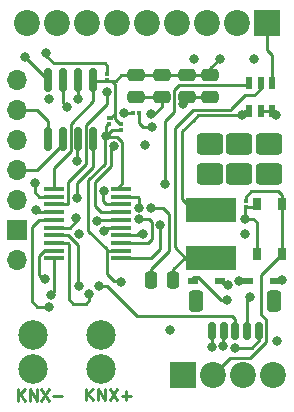
<source format=gbr>
%TF.GenerationSoftware,KiCad,Pcbnew,9.0.2*%
%TF.CreationDate,2025-11-22T23:52:39+01:00*%
%TF.ProjectId,KNeoPiX_v1.3,4b4e656f-5069-4585-9f76-312e332e6b69,1.3*%
%TF.SameCoordinates,Original*%
%TF.FileFunction,Copper,L1,Top*%
%TF.FilePolarity,Positive*%
%FSLAX46Y46*%
G04 Gerber Fmt 4.6, Leading zero omitted, Abs format (unit mm)*
G04 Created by KiCad (PCBNEW 9.0.2) date 2025-11-22 23:52:39*
%MOMM*%
%LPD*%
G01*
G04 APERTURE LIST*
G04 Aperture macros list*
%AMRoundRect*
0 Rectangle with rounded corners*
0 $1 Rounding radius*
0 $2 $3 $4 $5 $6 $7 $8 $9 X,Y pos of 4 corners*
0 Add a 4 corners polygon primitive as box body*
4,1,4,$2,$3,$4,$5,$6,$7,$8,$9,$2,$3,0*
0 Add four circle primitives for the rounded corners*
1,1,$1+$1,$2,$3*
1,1,$1+$1,$4,$5*
1,1,$1+$1,$6,$7*
1,1,$1+$1,$8,$9*
0 Add four rect primitives between the rounded corners*
20,1,$1+$1,$2,$3,$4,$5,0*
20,1,$1+$1,$4,$5,$6,$7,0*
20,1,$1+$1,$6,$7,$8,$9,0*
20,1,$1+$1,$8,$9,$2,$3,0*%
G04 Aperture macros list end*
%ADD10C,0.250000*%
%TA.AperFunction,NonConductor*%
%ADD11C,0.250000*%
%TD*%
%TA.AperFunction,SMDPad,CuDef*%
%ADD12R,4.220000X2.120000*%
%TD*%
%TA.AperFunction,SMDPad,CuDef*%
%ADD13R,0.700000X1.050000*%
%TD*%
%TA.AperFunction,SMDPad,CuDef*%
%ADD14RoundRect,0.075000X-0.125000X-0.075000X0.125000X-0.075000X0.125000X0.075000X-0.125000X0.075000X0*%
%TD*%
%TA.AperFunction,SMDPad,CuDef*%
%ADD15RoundRect,0.150000X-0.150000X-0.625000X0.150000X-0.625000X0.150000X0.625000X-0.150000X0.625000X0*%
%TD*%
%TA.AperFunction,SMDPad,CuDef*%
%ADD16RoundRect,0.250000X-0.350000X-0.650000X0.350000X-0.650000X0.350000X0.650000X-0.350000X0.650000X0*%
%TD*%
%TA.AperFunction,SMDPad,CuDef*%
%ADD17R,0.830000X0.630000*%
%TD*%
%TA.AperFunction,SMDPad,CuDef*%
%ADD18O,1.740000X0.360000*%
%TD*%
%TA.AperFunction,SMDPad,CuDef*%
%ADD19R,0.550000X1.100000*%
%TD*%
%TA.AperFunction,SMDPad,CuDef*%
%ADD20RoundRect,0.250000X-0.475000X0.250000X-0.475000X-0.250000X0.475000X-0.250000X0.475000X0.250000X0*%
%TD*%
%TA.AperFunction,SMDPad,CuDef*%
%ADD21RoundRect,0.250000X0.475000X-0.250000X0.475000X0.250000X-0.475000X0.250000X-0.475000X-0.250000X0*%
%TD*%
%TA.AperFunction,SMDPad,CuDef*%
%ADD22RoundRect,0.075000X0.075000X-0.125000X0.075000X0.125000X-0.075000X0.125000X-0.075000X-0.125000X0*%
%TD*%
%TA.AperFunction,ComponentPad*%
%ADD23C,1.875000*%
%TD*%
%TA.AperFunction,ComponentPad*%
%ADD24R,2.200000X2.200000*%
%TD*%
%TA.AperFunction,ComponentPad*%
%ADD25C,2.200000*%
%TD*%
%TA.AperFunction,ComponentPad*%
%ADD26O,1.700000X1.700000*%
%TD*%
%TA.AperFunction,ComponentPad*%
%ADD27R,1.700000X1.700000*%
%TD*%
%TA.AperFunction,SMDPad,CuDef*%
%ADD28RoundRect,0.250000X-0.250000X-0.475000X0.250000X-0.475000X0.250000X0.475000X-0.250000X0.475000X0*%
%TD*%
%TA.AperFunction,SMDPad,CuDef*%
%ADD29RoundRect,0.150000X0.150000X-0.825000X0.150000X0.825000X-0.150000X0.825000X-0.150000X-0.825000X0*%
%TD*%
%TA.AperFunction,ComponentPad*%
%ADD30C,2.500000*%
%TD*%
%TA.AperFunction,SMDPad,CuDef*%
%ADD31RoundRect,0.075000X-0.075000X0.125000X-0.075000X-0.125000X0.075000X-0.125000X0.075000X0.125000X0*%
%TD*%
%TA.AperFunction,ComponentPad*%
%ADD32RoundRect,0.270000X-0.830000X0.630000X-0.830000X-0.630000X0.830000X-0.630000X0.830000X0.630000X0*%
%TD*%
%TA.AperFunction,ViaPad*%
%ADD33C,0.800000*%
%TD*%
%TA.AperFunction,Conductor*%
%ADD34C,0.250000*%
%TD*%
%TA.AperFunction,Conductor*%
%ADD35C,0.200000*%
%TD*%
G04 APERTURE END LIST*
D10*
D11*
X55535468Y-73713003D02*
X55535468Y-72713003D01*
X56106896Y-73713003D02*
X55678325Y-73141574D01*
X56106896Y-72713003D02*
X55535468Y-73284431D01*
X56535468Y-73713003D02*
X56535468Y-72713003D01*
X56535468Y-72713003D02*
X57106896Y-73713003D01*
X57106896Y-73713003D02*
X57106896Y-72713003D01*
X57487849Y-72713003D02*
X58154515Y-73713003D01*
X58154515Y-72713003D02*
X57487849Y-73713003D01*
X58535468Y-73332050D02*
X59297373Y-73332050D01*
X58916420Y-73713003D02*
X58916420Y-72951098D01*
D10*
D11*
X49735468Y-73743003D02*
X49735468Y-72743003D01*
X50306896Y-73743003D02*
X49878325Y-73171574D01*
X50306896Y-72743003D02*
X49735468Y-73314431D01*
X50735468Y-73743003D02*
X50735468Y-72743003D01*
X50735468Y-72743003D02*
X51306896Y-73743003D01*
X51306896Y-73743003D02*
X51306896Y-72743003D01*
X51687849Y-72743003D02*
X52354515Y-73743003D01*
X52354515Y-72743003D02*
X51687849Y-73743003D01*
X52735468Y-73362050D02*
X53497373Y-73362050D01*
D12*
%TO.P,L1,2,2*%
%TO.N,EXT_5V*%
X66040000Y-57620000D03*
%TO.P,L1,1,1*%
%TO.N,Net-(U5-SW)*%
X66040000Y-61620000D03*
%TD*%
D13*
%TO.P,SW1,1,1*%
%TO.N,D0*%
X69940000Y-61300000D03*
%TO.P,SW1,2,2*%
X69940000Y-57100000D03*
%TO.P,SW1,3,3*%
%TO.N,EXT_GND*%
X72080000Y-61300000D03*
%TO.P,SW1,4,4*%
X72080000Y-57100000D03*
%TD*%
D14*
%TO.P,C1,1*%
%TO.N,KNX_3V3*%
X59440000Y-49420000D03*
%TO.P,C1,2*%
%TO.N,KNX_GND*%
X59940000Y-49420000D03*
%TD*%
D15*
%TO.P,J5,1,Pin_1*%
%TO.N,BOOT{slash}MTMS*%
X66141400Y-67860000D03*
%TO.P,J5,2,Pin_2*%
%TO.N,3v3{slash}MTCK*%
X67141400Y-67860000D03*
%TO.P,J5,3,Pin_3*%
%TO.N,CLK{slash}MTDO*%
X68141400Y-67860000D03*
%TO.P,J5,4,Pin_4*%
%TO.N,DIO{slash}MTDI*%
X69141400Y-67860000D03*
%TO.P,J5,5,Pin_5*%
%TO.N,RESET{slash}EN*%
X70141400Y-67860000D03*
D16*
%TO.P,J5,MP*%
%TO.N,N/C*%
X64841400Y-65335000D03*
X71441400Y-65335000D03*
%TD*%
D17*
%TO.P,D1,1,K*%
%TO.N,Net-(D1-K)*%
X69190000Y-63590000D03*
%TO.P,D1,2,A*%
%TO.N,KNX_5V*%
X71470000Y-63590000D03*
%TD*%
D18*
%TO.P,U2,1,A1*%
%TO.N,D1*%
X58490000Y-61690000D03*
%TO.P,U2,2,VCCA*%
%TO.N,3v3-MCU*%
X58490000Y-61040000D03*
%TO.P,U2,3,A2*%
%TO.N,D2*%
X58490000Y-60390000D03*
%TO.P,U2,4,A3*%
%TO.N,D3*%
X58490000Y-59740000D03*
%TO.P,U2,5,A4*%
%TO.N,D4*%
X58490000Y-59080000D03*
%TO.P,U2,6,A5*%
%TO.N,D5*%
X58490000Y-58430000D03*
%TO.P,U2,7,A6*%
%TO.N,D8*%
X58490000Y-57780000D03*
%TO.P,U2,8,A7*%
%TO.N,D9*%
X58490000Y-57130000D03*
%TO.P,U2,9,A8*%
%TO.N,D10*%
X58490000Y-56480000D03*
%TO.P,U2,10,OE*%
%TO.N,3v3-MCU*%
X58490000Y-55830000D03*
%TO.P,U2,11,GND*%
%TO.N,EXT_GND*%
X52750000Y-55830000D03*
%TO.P,U2,12,B8*%
%TO.N,DL10*%
X52750000Y-56480000D03*
%TO.P,U2,13,B7*%
%TO.N,DL9*%
X52750000Y-57130000D03*
%TO.P,U2,14,B6*%
%TO.N,DL8*%
X52750000Y-57780000D03*
%TO.P,U2,15,B5*%
%TO.N,DL5*%
X52750000Y-58430000D03*
%TO.P,U2,16,B4*%
%TO.N,DL4*%
X52750000Y-59080000D03*
%TO.P,U2,17,B3*%
%TO.N,DL3*%
X52750000Y-59740000D03*
%TO.P,U2,18,B2*%
%TO.N,DL2*%
X52750000Y-60390000D03*
%TO.P,U2,19,VCCB*%
%TO.N,VCC_LS*%
X52750000Y-61040000D03*
%TO.P,U2,20,B1*%
%TO.N,DL1*%
X52750000Y-61690000D03*
%TD*%
D17*
%TO.P,D2,1,K*%
%TO.N,Net-(D2-K)*%
X64520000Y-63590000D03*
%TO.P,D2,2,A*%
%TO.N,EXT_5V*%
X66800000Y-63590000D03*
%TD*%
D19*
%TO.P,U5,1,FB*%
%TO.N,EXT_5V*%
X69320000Y-49220000D03*
%TO.P,U5,2,EN*%
%TO.N,EXT_VCC_IN*%
X70270000Y-49220000D03*
%TO.P,U5,3,VIN*%
X71220000Y-49220000D03*
%TO.P,U5,4,GND*%
%TO.N,EXT_GND*%
X71220000Y-46820000D03*
%TO.P,U5,5,SW*%
%TO.N,Net-(U5-SW)*%
X70270000Y-46820000D03*
%TO.P,U5,6,BST*%
%TO.N,Net-(U5-BST)*%
X69320000Y-46820000D03*
%TD*%
D20*
%TO.P,C9,1,1*%
%TO.N,EXT_GND*%
X61900000Y-46160000D03*
%TO.P,C9,2,2*%
%TO.N,EXT_5V*%
X61900000Y-48060000D03*
%TD*%
D21*
%TO.P,C6,1,1*%
%TO.N,EXT_VCC_IN*%
X66010000Y-48060000D03*
%TO.P,C6,2,2*%
%TO.N,EXT_GND*%
X66010000Y-46160000D03*
%TD*%
D22*
%TO.P,C5,1*%
%TO.N,D0*%
X69000000Y-57310000D03*
%TO.P,C5,2*%
%TO.N,EXT_GND*%
X69000000Y-56810000D03*
%TD*%
D21*
%TO.P,C7,1,1*%
%TO.N,EXT_VCC_IN*%
X64010000Y-48060000D03*
%TO.P,C7,2,2*%
%TO.N,EXT_GND*%
X64010000Y-46160000D03*
%TD*%
D23*
%TO.P,H2,1,1*%
%TO.N,KNX+*%
X56766400Y-68163400D03*
%TD*%
D24*
%TO.P,J4,1,Pin_1*%
%TO.N,EXT_VCC_IN*%
X63681400Y-71593400D03*
D25*
%TO.P,J4,2,Pin_2*%
%TO.N,EXT_GND*%
X66221400Y-71593400D03*
%TO.P,J4,3,Pin_3*%
%TO.N,DL4*%
X68761400Y-71593400D03*
%TO.P,J4,4,Pin_4*%
%TO.N,DL5*%
X71301400Y-71593400D03*
%TD*%
D24*
%TO.P,J3,1,Pin_1*%
%TO.N,EXT_GND*%
X70786400Y-41753400D03*
D25*
%TO.P,J3,2,Pin_2*%
%TO.N,3v3-MCU*%
X68246400Y-41753400D03*
%TO.P,J3,3,Pin_3*%
%TO.N,5V-MCU*%
X65706400Y-41753400D03*
%TO.P,J3,4,Pin_4*%
%TO.N,DL1*%
X63166400Y-41753400D03*
%TO.P,J3,5,Pin_5*%
%TO.N,DL2*%
X60626400Y-41753400D03*
%TO.P,J3,6,Pin_6*%
%TO.N,DL3*%
X58086400Y-41753400D03*
%TO.P,J3,7,Pin_7*%
%TO.N,DL8*%
X55546400Y-41753400D03*
%TO.P,J3,8,Pin_8*%
%TO.N,DL9*%
X53006400Y-41753400D03*
%TO.P,J3,9,Pin_9*%
%TO.N,DL10*%
X50466400Y-41753400D03*
%TD*%
D21*
%TO.P,C10,1,1*%
%TO.N,EXT_5V*%
X59740000Y-48060000D03*
%TO.P,C10,2,2*%
%TO.N,EXT_GND*%
X59740000Y-46160000D03*
%TD*%
D26*
%TO.P,GN1,1,KNX+*%
%TO.N,KNX+*%
X49656400Y-61793400D03*
D27*
%TO.P,GN1,2,GND*%
%TO.N,KNX_GND*%
X49656400Y-59253400D03*
D26*
%TO.P,GN1,3,SAVE*%
%TO.N,KNX_SAVE*%
X49656400Y-56713400D03*
%TO.P,GN1,4,Rx*%
%TO.N,KNX_RX*%
X49656400Y-54173400D03*
%TO.P,GN1,5,Tx*%
%TO.N,KNX_TX*%
X49656400Y-51633400D03*
%TO.P,GN1,6,3V3*%
%TO.N,KNX_3V3*%
X49656400Y-49093400D03*
%TO.P,GN1,7,Vcc2*%
%TO.N,KNX_5V*%
X49656400Y-46553400D03*
%TD*%
D28*
%TO.P,C8,1,1*%
%TO.N,Net-(U5-BST)*%
X61000000Y-63490000D03*
%TO.P,C8,2,2*%
%TO.N,Net-(U5-SW)*%
X62900000Y-63490000D03*
%TD*%
D29*
%TO.P,U3,1,VDD1*%
%TO.N,KNX_3V3*%
X52311400Y-51568400D03*
%TO.P,U3,2,VOA*%
%TO.N,KNX_RX*%
X53581400Y-51568400D03*
%TO.P,U3,3,VIB*%
%TO.N,KNX_TX*%
X54851400Y-51568400D03*
%TO.P,U3,4,GND1*%
%TO.N,KNX_GND*%
X56121400Y-51568400D03*
%TO.P,U3,5,GND2*%
%TO.N,EXT_GND*%
X56121400Y-46618400D03*
%TO.P,U3,6,VOB*%
%TO.N,D7_RX*%
X54851400Y-46618400D03*
%TO.P,U3,7,VIA*%
%TO.N,D6_TX*%
X53581400Y-46618400D03*
%TO.P,U3,8,VDD2*%
%TO.N,3v3-MCU*%
X52311400Y-46618400D03*
%TD*%
D22*
%TO.P,C2,1*%
%TO.N,3v3-MCU*%
X58420000Y-50800000D03*
%TO.P,C2,2*%
%TO.N,EXT_GND*%
X58420000Y-50300000D03*
%TD*%
D30*
%TO.P,J2,1,Pin_1*%
%TO.N,KNX+*%
X56766400Y-71063400D03*
%TO.P,J2,2,Pin_2*%
%TO.N,KNX_GND*%
X51016400Y-71063400D03*
%TD*%
D23*
%TO.P,H1,1,1*%
%TO.N,KNX_GND*%
X51016400Y-68163400D03*
%TD*%
D31*
%TO.P,C3,1,1*%
%TO.N,EXT_GND*%
X57404000Y-49792000D03*
%TO.P,C3,2,2*%
%TO.N,3v3-MCU*%
X57404000Y-50292000D03*
%TD*%
D22*
%TO.P,C4,1,1*%
%TO.N,EXT_GND*%
X57310000Y-46610000D03*
%TO.P,C4,2,2*%
%TO.N,VCC_LS*%
X57310000Y-46110000D03*
%TD*%
D30*
%TO.P,J1,1,Pin_1*%
%TO.N,KNX+*%
X56746400Y-68143400D03*
%TO.P,J1,2,Pin_2*%
%TO.N,KNX_GND*%
X50996400Y-68143400D03*
%TD*%
D32*
%TO.P,U1,17,DIO/MTDI*%
%TO.N,DIO{slash}MTDI*%
X70985800Y-54570014D03*
%TO.P,U1,18,CLK/MTDO*%
%TO.N,CLK{slash}MTDO*%
X70985800Y-52030014D03*
%TO.P,U1,19,RST/EN*%
%TO.N,RESET{slash}EN*%
X68445800Y-54570014D03*
%TO.P,U1,20,GND*%
%TO.N,EXT_GND*%
X68470846Y-52030014D03*
%TO.P,U1,21,3V3/MTCK*%
%TO.N,3v3{slash}MTCK*%
X65955800Y-54585800D03*
%TO.P,U1,22,BOOT/MTMS*%
%TO.N,BOOT{slash}MTMS*%
X65980846Y-52045800D03*
%TD*%
D33*
%TO.N,EXT_5V*%
X68730000Y-49595000D03*
X61040000Y-49510000D03*
%TO.N,EXT_VCC_IN*%
X71610000Y-49590000D03*
%TO.N,EXT_GND*%
X66820000Y-44790000D03*
%TO.N,KNX_3V3*%
X58715000Y-49420000D03*
%TO.N,KNX_TX*%
X54760600Y-53417300D03*
%TO.N,D0*%
X68970000Y-58330000D03*
%TO.N,D10*%
X59995947Y-57385000D03*
%TO.N,D9*%
X57015600Y-56004000D03*
%TO.N,D8*%
X57842500Y-52157600D03*
%TO.N,D3*%
X60312158Y-59665000D03*
%TO.N,D2*%
X60000236Y-58384993D03*
%TO.N,D1*%
X68920000Y-59630000D03*
X61775000Y-58875000D03*
%TO.N,KNX_GND*%
X71700000Y-68680000D03*
X61120000Y-50570000D03*
X54702200Y-56591700D03*
%TO.N,D6_TX*%
X53920000Y-48910000D03*
X54898103Y-59611897D03*
%TO.N,D7_RX*%
X54851400Y-48178600D03*
%TO.N,KNX_5V*%
X72100000Y-63560000D03*
%TO.N,5V-MCU*%
X69740014Y-44800014D03*
X62585607Y-67740054D03*
%TO.N,3v3-MCU*%
X50351500Y-44658500D03*
X57195700Y-51341300D03*
X64660014Y-44800014D03*
X58444400Y-63659496D03*
%TO.N,EXT_VCC_IN*%
X63720000Y-48650000D03*
%TO.N,EXT_5V*%
X67570000Y-57620000D03*
X67550000Y-63980000D03*
%TO.N,3v3{slash}MTCK*%
X67133880Y-69135081D03*
%TO.N,Net-(U5-BST)*%
X60995950Y-57385000D03*
X62160000Y-55410000D03*
%TO.N,VCC_LS*%
X52120000Y-44340000D03*
X52393600Y-48193400D03*
X52025000Y-63427868D03*
%TO.N,DL2*%
X55790000Y-64730000D03*
%TO.N,DL9*%
X57232347Y-47627653D03*
%TO.N,DL8*%
X51274900Y-57590500D03*
%TO.N,DL10*%
X51159700Y-55340000D03*
%TO.N,DL1*%
X52490803Y-64779197D03*
%TO.N,DL3*%
X54880000Y-64065000D03*
%TO.N,DL4*%
X54650000Y-58236200D03*
%TO.N,DL5*%
X52351856Y-65771612D03*
%TO.N,D5*%
X56431500Y-58538000D03*
%TO.N,D4*%
X56993400Y-59399000D03*
%TO.N,CLK{slash}MTDO*%
X60490000Y-52120000D03*
X56620000Y-64020000D03*
%TO.N,DIO{slash}MTDI*%
X69415000Y-64964104D03*
%TO.N,RESET{slash}EN*%
X68126699Y-69254700D03*
%TO.N,BOOT{slash}MTMS*%
X66135594Y-69193620D03*
%TO.N,Net-(D1-K)*%
X68489935Y-63581627D03*
%TO.N,Net-(D2-K)*%
X67440000Y-65210000D03*
%TD*%
D34*
%TO.N,DL2*%
X55790000Y-64730000D02*
X55790000Y-65220000D01*
X54070000Y-65161500D02*
X54070000Y-60513300D01*
X55790000Y-65220000D02*
X55490000Y-65520000D01*
X54428500Y-65520000D02*
X54070000Y-65161500D01*
X55490000Y-65520000D02*
X54428500Y-65520000D01*
X54070000Y-60513300D02*
X53946700Y-60390000D01*
X53946700Y-60390000D02*
X52750000Y-60390000D01*
%TO.N,CLK{slash}MTDO*%
X56620000Y-64020000D02*
X57240000Y-64020000D01*
X57240000Y-64020000D02*
X59800000Y-66580000D01*
X59800000Y-66580000D02*
X67880000Y-66580000D01*
X67880000Y-66580000D02*
X68141400Y-66841400D01*
X68141400Y-66841400D02*
X68141400Y-67860000D01*
%TO.N,VCC_LS*%
X52120000Y-44340000D02*
X52120000Y-44560000D01*
X52120000Y-44560000D02*
X52744455Y-45184455D01*
X52744455Y-45184455D02*
X57094455Y-45184455D01*
X57094455Y-45184455D02*
X57310000Y-45400000D01*
X57310000Y-45400000D02*
X57310000Y-46084000D01*
%TO.N,EXT_VCC_IN*%
X63720000Y-48650000D02*
X63720000Y-48440000D01*
X63720000Y-48440000D02*
X63676000Y-48396000D01*
%TO.N,EXT_5V*%
X61040000Y-49510000D02*
X61282384Y-49510000D01*
X61282384Y-49510000D02*
X61900000Y-48892384D01*
X61900000Y-48892384D02*
X61900000Y-48060000D01*
%TO.N,KNX_GND*%
X61120000Y-50570000D02*
X60340000Y-50570000D01*
X60340000Y-50570000D02*
X59980000Y-50210000D01*
X59980000Y-50210000D02*
X59980000Y-49432000D01*
%TO.N,Net-(U5-SW)*%
X67800000Y-49040000D02*
X67746000Y-49094000D01*
X67746000Y-49094000D02*
X64536000Y-49094000D01*
X64536000Y-49094000D02*
X62990000Y-50640000D01*
X62990000Y-50640000D02*
X62990000Y-60730000D01*
X62990000Y-60730000D02*
X63880000Y-61620000D01*
X70270000Y-46820000D02*
X70270000Y-47347000D01*
X70270000Y-47347000D02*
X69717000Y-47900000D01*
X67800000Y-49030000D02*
X67800000Y-49040000D01*
X69717000Y-47900000D02*
X68930000Y-47900000D01*
X68930000Y-47900000D02*
X67800000Y-49030000D01*
%TO.N,EXT_5V*%
X68730000Y-49595000D02*
X68730000Y-49555000D01*
X68730000Y-49555000D02*
X68725000Y-49560000D01*
X63641000Y-56691000D02*
X64570000Y-57620000D01*
X64604530Y-49940000D02*
X64597810Y-49940000D01*
X68725000Y-49560000D02*
X64984530Y-49560000D01*
X64984530Y-49560000D02*
X64604530Y-49940000D01*
X64597810Y-49940000D02*
X63641000Y-50896810D01*
X63641000Y-50896810D02*
X63641000Y-56691000D01*
%TO.N,EXT_VCC_IN*%
X71610000Y-49590000D02*
X71360000Y-49340000D01*
%TO.N,EXT_5V*%
X68955000Y-49220000D02*
X69320000Y-49220000D01*
X68730000Y-49595000D02*
X68730000Y-49445000D01*
X68730000Y-49445000D02*
X68955000Y-49220000D01*
%TO.N,EXT_GND*%
X71220000Y-46820000D02*
X71220000Y-44490000D01*
X70786400Y-44056400D02*
X70786400Y-41753400D01*
X71220000Y-44490000D02*
X70786400Y-44056400D01*
%TO.N,Net-(U5-BST)*%
X62160000Y-55410000D02*
X62160000Y-54050000D01*
X62160000Y-54050000D02*
X62170000Y-54040000D01*
X63340000Y-47050000D02*
X69090000Y-47050000D01*
X62170000Y-54040000D02*
X62170000Y-50070000D01*
X62170000Y-50070000D02*
X62951000Y-49289000D01*
X62951000Y-49289000D02*
X62951000Y-47439000D01*
X62951000Y-47439000D02*
X63340000Y-47050000D01*
X69090000Y-47050000D02*
X69320000Y-46820000D01*
%TO.N,3v3-MCU*%
X57195700Y-51429700D02*
X58143500Y-51429700D01*
X58570400Y-51856600D02*
X58570400Y-55313600D01*
X58143500Y-51429700D02*
X58570400Y-51856600D01*
X58570400Y-55313600D02*
X58095200Y-55788800D01*
%TO.N,EXT_VCC_IN*%
X71220000Y-49220000D02*
X70270000Y-49220000D01*
%TO.N,EXT_GND*%
X72080000Y-57100000D02*
X72080000Y-56360000D01*
X71740000Y-56020000D02*
X69493000Y-56020000D01*
X72080000Y-56360000D02*
X71740000Y-56020000D01*
X69493000Y-56020000D02*
X69000000Y-56513000D01*
X69000000Y-56513000D02*
X69000000Y-56784000D01*
X72080000Y-61300000D02*
X72080000Y-57100000D01*
X72080000Y-61300000D02*
X70310000Y-63070000D01*
X70310000Y-63070000D02*
X70310000Y-66424600D01*
X69352069Y-70167400D02*
X67647400Y-70167400D01*
X70310000Y-66424600D02*
X70767400Y-66882000D01*
X70767400Y-66882000D02*
X70767400Y-68752069D01*
X70767400Y-68752069D02*
X69352069Y-70167400D01*
X67647400Y-70167400D02*
X66221400Y-71593400D01*
%TO.N,KNX_3V3*%
X51363400Y-49093400D02*
X49656400Y-49093400D01*
X58715000Y-49420000D02*
X59414000Y-49420000D01*
X52311400Y-50041400D02*
X51363400Y-49093400D01*
X52311400Y-51568400D02*
X52311400Y-50041400D01*
%TO.N,KNX_RX*%
X53581400Y-51976400D02*
X51384400Y-54173400D01*
X51384400Y-54173400D02*
X49656400Y-54173400D01*
%TO.N,KNX_TX*%
X54760600Y-51659200D02*
X54760600Y-53417300D01*
%TO.N,D0*%
X69940000Y-58610000D02*
X69940000Y-61300000D01*
X68970000Y-58330000D02*
X68970000Y-57340000D01*
X68970000Y-58330000D02*
X69660000Y-58330000D01*
X69660000Y-58330000D02*
X69940000Y-58610000D01*
X69940000Y-57100000D02*
X69704000Y-57336000D01*
X69704000Y-57336000D02*
X69000000Y-57336000D01*
X68970000Y-57340000D02*
X68974000Y-57336000D01*
%TO.N,D10*%
X59995947Y-56607147D02*
X59868800Y-56480000D01*
X59995947Y-57385000D02*
X59995947Y-56607147D01*
X59868800Y-56480000D02*
X58490000Y-56480000D01*
%TO.N,D9*%
X56950000Y-56850000D02*
X56950000Y-56069600D01*
X58490000Y-57130000D02*
X57230000Y-57130000D01*
X57230000Y-57130000D02*
X56950000Y-56850000D01*
X56950000Y-56069600D02*
X57015600Y-56004000D01*
%TO.N,D8*%
X57643500Y-53866500D02*
X56288800Y-55221200D01*
X57842500Y-52157600D02*
X57643500Y-52356600D01*
X56288800Y-57288800D02*
X56780000Y-57780000D01*
X56780000Y-57780000D02*
X58490000Y-57780000D01*
X56288800Y-55221200D02*
X56288800Y-57288800D01*
X57643500Y-52356600D02*
X57643500Y-53866500D01*
%TO.N,D3*%
X60105535Y-59480000D02*
X60101400Y-59480000D01*
X59841400Y-59740000D02*
X58490000Y-59740000D01*
X60312158Y-59665000D02*
X60290535Y-59665000D01*
X60101400Y-59480000D02*
X59841400Y-59740000D01*
X60290535Y-59665000D02*
X60105535Y-59480000D01*
%TO.N,D2*%
X60710000Y-60390000D02*
X58490000Y-60390000D01*
X60005229Y-58380000D02*
X60810000Y-58380000D01*
X61050000Y-58620000D02*
X61050000Y-60050000D01*
X60000236Y-58384993D02*
X60005229Y-58380000D01*
X61050000Y-60050000D02*
X60710000Y-60390000D01*
X60810000Y-58380000D02*
X61050000Y-58620000D01*
%TO.N,D1*%
X60970000Y-61690000D02*
X61775000Y-60885000D01*
X61775000Y-60885000D02*
X61775000Y-58875000D01*
X60970000Y-61690000D02*
X58490000Y-61690000D01*
%TO.N,KNX_GND*%
X54702200Y-55352000D02*
X54702200Y-56591700D01*
X56121400Y-51568400D02*
X56121400Y-53932800D01*
X56121400Y-53932800D02*
X54702200Y-55352000D01*
%TO.N,D6_TX*%
X53920000Y-48910000D02*
X53581400Y-48571400D01*
X53581400Y-48571400D02*
X53581400Y-46618400D01*
%TO.N,D7_RX*%
X54851400Y-48178600D02*
X54851400Y-46618400D01*
%TO.N,KNX_5V*%
X72100000Y-63560000D02*
X72077653Y-63537653D01*
X72077653Y-63537653D02*
X71522347Y-63537653D01*
%TO.N,EXT_GND*%
X52750000Y-55830000D02*
X52750000Y-54078300D01*
X56318400Y-46618400D02*
X56121400Y-46618400D01*
X57310000Y-46636000D02*
X58024000Y-46636000D01*
X66010000Y-46160000D02*
X64010000Y-46160000D01*
X52750000Y-54078300D02*
X54215000Y-52613300D01*
X58024000Y-46636000D02*
X58500000Y-46160000D01*
X56336000Y-46636000D02*
X56318400Y-46618400D01*
X64010000Y-46160000D02*
X61900000Y-46160000D01*
X57578000Y-49766000D02*
X57404000Y-49766000D01*
X58500000Y-46160000D02*
X59740000Y-46160000D01*
X61900000Y-46160000D02*
X59740000Y-46160000D01*
X57990000Y-49354000D02*
X57578000Y-49766000D01*
X57656000Y-46636000D02*
X56336000Y-46636000D01*
X56121400Y-48385300D02*
X56121400Y-46618400D01*
X57990000Y-49354000D02*
X57990000Y-49870000D01*
X54215000Y-50291700D02*
X56121400Y-48385300D01*
X54215000Y-52613300D02*
X54215000Y-50291700D01*
X57990000Y-49870000D02*
X58394000Y-50274000D01*
X57990000Y-46970000D02*
X57990000Y-49354000D01*
X57990000Y-46970000D02*
X57656000Y-46636000D01*
%TO.N,3v3-MCU*%
X55704800Y-59347980D02*
X57293300Y-60936480D01*
X57293300Y-63023300D02*
X57293300Y-61040000D01*
X57080000Y-51545400D02*
X57080000Y-53680000D01*
X57293300Y-60936480D02*
X57293300Y-61040000D01*
X57711000Y-50826000D02*
X58420000Y-50826000D01*
X57843600Y-63573600D02*
X57293300Y-63023300D01*
X57080000Y-53680000D02*
X55704800Y-55055200D01*
X58490000Y-61040000D02*
X57293300Y-61040000D01*
X55704800Y-55055200D02*
X55704800Y-59347980D01*
X58383821Y-63659496D02*
X58297925Y-63573600D01*
X57195700Y-51429700D02*
X57080000Y-51545400D01*
X58444400Y-63659496D02*
X58383821Y-63659496D01*
X57195700Y-50500300D02*
X57378000Y-50318000D01*
X57195700Y-51341300D02*
X57711000Y-50826000D01*
X52311400Y-46618400D02*
X50351500Y-44658500D01*
X57195700Y-51341300D02*
X57195700Y-50500300D01*
X57195700Y-51429700D02*
X57195700Y-51341300D01*
X58297925Y-63573600D02*
X57843600Y-63573600D01*
%TO.N,EXT_VCC_IN*%
X64010000Y-48060000D02*
X66010000Y-48060000D01*
D35*
%TO.N,EXT_5V*%
X67550000Y-63980000D02*
X67190000Y-63980000D01*
X67190000Y-63980000D02*
X66800000Y-63590000D01*
D34*
X59740000Y-48060000D02*
X61900000Y-48060000D01*
D35*
X67240000Y-63980000D02*
X67550000Y-63980000D01*
D34*
%TO.N,3v3{slash}MTCK*%
X67133880Y-69135081D02*
X67133880Y-67867520D01*
%TO.N,Net-(U5-SW)*%
X66040000Y-61620000D02*
X63880000Y-61620000D01*
X62900000Y-62600000D02*
X63880000Y-61620000D01*
X62900000Y-63490000D02*
X62900000Y-62600000D01*
%TO.N,Net-(U5-BST)*%
X62501000Y-57901000D02*
X62501000Y-61099000D01*
X61985000Y-57385000D02*
X62501000Y-57901000D01*
X62501000Y-61099000D02*
X61000000Y-62600000D01*
X60995950Y-57385000D02*
X61985000Y-57385000D01*
X61000000Y-62600000D02*
X61000000Y-63490000D01*
%TO.N,VCC_LS*%
X52025000Y-63427868D02*
X51859001Y-63427868D01*
X51520000Y-61470000D02*
X51950000Y-61040000D01*
X51859001Y-63427868D02*
X51520000Y-63088867D01*
X51950000Y-61040000D02*
X52750000Y-61040000D01*
X51520000Y-63088867D02*
X51520000Y-61470000D01*
%TO.N,DL9*%
X57280000Y-48609500D02*
X55487300Y-50402200D01*
X57232347Y-47627653D02*
X57280000Y-47675306D01*
X55487300Y-53718300D02*
X53946700Y-55258900D01*
X55487300Y-50402200D02*
X55487300Y-53718300D01*
X53946700Y-55258900D02*
X53946700Y-57130000D01*
X57280000Y-47675306D02*
X57280000Y-48609500D01*
X53946700Y-57130000D02*
X52750000Y-57130000D01*
%TO.N,DL8*%
X52750000Y-57780000D02*
X51464400Y-57780000D01*
X51464400Y-57780000D02*
X51274900Y-57590500D01*
%TO.N,DL10*%
X51159700Y-55340000D02*
X51159700Y-56063700D01*
X51159700Y-56063700D02*
X51553300Y-56457300D01*
X51553300Y-56480000D02*
X52750000Y-56480000D01*
X51553300Y-56457300D02*
X51553300Y-56480000D01*
%TO.N,DL1*%
X52490803Y-64779197D02*
X52750000Y-64520000D01*
X52750000Y-64520000D02*
X52750000Y-61690000D01*
%TO.N,DL3*%
X54835100Y-64020100D02*
X54835100Y-60574200D01*
X54880000Y-64065000D02*
X54835100Y-64020100D01*
X54000900Y-59740000D02*
X52750000Y-59740000D01*
X54835100Y-60574200D02*
X54000900Y-59740000D01*
%TO.N,DL4*%
X54120000Y-59080000D02*
X54650000Y-58550000D01*
X52750000Y-59080000D02*
X54120000Y-59080000D01*
X54650000Y-58550000D02*
X54650000Y-58236200D01*
%TO.N,DL5*%
X50910000Y-65335800D02*
X50910000Y-59073300D01*
X50910000Y-59073300D02*
X51553300Y-58430000D01*
X51345812Y-65771612D02*
X50910000Y-65335800D01*
X51553300Y-58430000D02*
X52750000Y-58430000D01*
X52351856Y-65771612D02*
X51345812Y-65771612D01*
%TO.N,D5*%
X58490000Y-58430000D02*
X56539500Y-58430000D01*
X56539500Y-58430000D02*
X56431500Y-58538000D01*
%TO.N,D4*%
X58490000Y-59080000D02*
X57293300Y-59080000D01*
X57293300Y-59080000D02*
X57293300Y-59099100D01*
X57293300Y-59099100D02*
X56993400Y-59399000D01*
%TO.N,DIO{slash}MTDI*%
X69141400Y-65237704D02*
X69141400Y-67860000D01*
X69415000Y-64964104D02*
X69141400Y-65237704D01*
%TO.N,RESET{slash}EN*%
X69521699Y-69254700D02*
X70141400Y-68634999D01*
X70141400Y-68634999D02*
X70141400Y-67860000D01*
X68126699Y-69254700D02*
X69521699Y-69254700D01*
%TO.N,BOOT{slash}MTMS*%
X66135594Y-69193620D02*
X66135594Y-67865806D01*
%TO.N,Net-(D1-K)*%
X68489935Y-63581627D02*
X69181627Y-63581627D01*
%TO.N,Net-(D2-K)*%
X66910000Y-65210000D02*
X67440000Y-65210000D01*
X64950000Y-63250000D02*
X66910000Y-65210000D01*
X64520000Y-63250000D02*
X64950000Y-63250000D01*
%TO.N,EXT_GND*%
X66010000Y-45600000D02*
X66820000Y-44790000D01*
X66010000Y-46160000D02*
X66010000Y-45600000D01*
%TD*%
M02*

</source>
